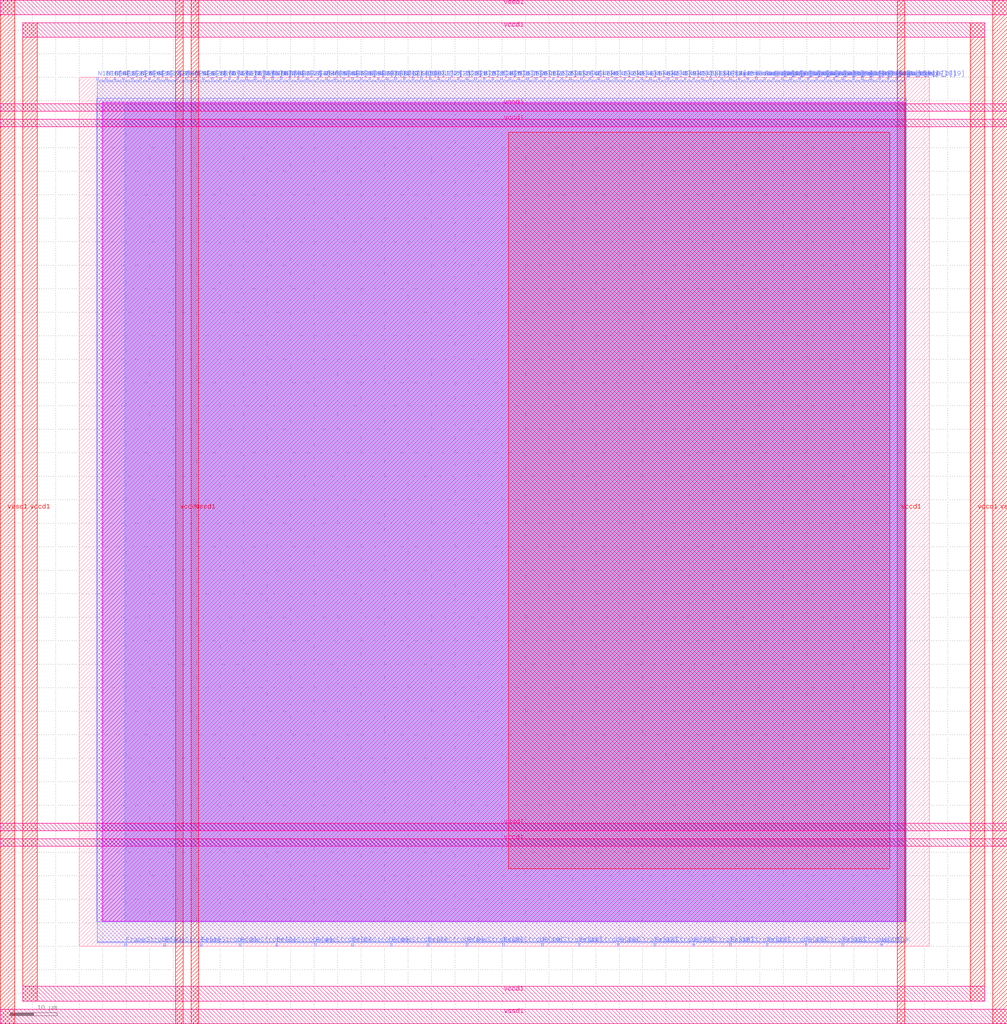
<source format=lef>
VERSION 5.7 ;
  NOWIREEXTENSIONATPIN ON ;
  DIVIDERCHAR "/" ;
  BUSBITCHARS "[]" ;
MACRO S_term_RAM_IO
  CLASS BLOCK ;
  FOREIGN S_term_RAM_IO ;
  ORIGIN 0.000 0.000 ;
  SIZE 181.000 BY 185.000 ;
  PIN FrameStrobe[0]
    DIRECTION INPUT ;
    USE SIGNAL ;
    ANTENNAGATEAREA 0.213000 ;
    PORT
      LAYER met2 ;
        RECT 9.700 0.000 10.080 0.700 ;
    END
  END FrameStrobe[0]
  PIN FrameStrobe[10]
    DIRECTION INPUT ;
    USE SIGNAL ;
    ANTENNAGATEAREA 0.213000 ;
    PORT
      LAYER met2 ;
        RECT 90.200 0.000 90.580 0.700 ;
    END
  END FrameStrobe[10]
  PIN FrameStrobe[11]
    DIRECTION INPUT ;
    USE SIGNAL ;
    ANTENNAGATEAREA 0.213000 ;
    PORT
      LAYER met2 ;
        RECT 98.480 0.000 98.860 0.700 ;
    END
  END FrameStrobe[11]
  PIN FrameStrobe[12]
    DIRECTION INPUT ;
    USE SIGNAL ;
    ANTENNAGATEAREA 0.213000 ;
    PORT
      LAYER met2 ;
        RECT 106.300 0.000 106.680 0.700 ;
    END
  END FrameStrobe[12]
  PIN FrameStrobe[13]
    DIRECTION INPUT ;
    USE SIGNAL ;
    ANTENNAGATEAREA 0.213000 ;
    PORT
      LAYER met2 ;
        RECT 114.580 0.000 114.960 0.700 ;
    END
  END FrameStrobe[13]
  PIN FrameStrobe[14]
    DIRECTION INPUT ;
    USE SIGNAL ;
    ANTENNAGATEAREA 0.213000 ;
    PORT
      LAYER met2 ;
        RECT 122.400 0.000 122.780 0.700 ;
    END
  END FrameStrobe[14]
  PIN FrameStrobe[15]
    DIRECTION INPUT ;
    USE SIGNAL ;
    ANTENNAGATEAREA 0.213000 ;
    PORT
      LAYER met2 ;
        RECT 130.680 0.000 131.060 0.700 ;
    END
  END FrameStrobe[15]
  PIN FrameStrobe[16]
    DIRECTION INPUT ;
    USE SIGNAL ;
    ANTENNAGATEAREA 0.213000 ;
    ANTENNADIFFAREA 0.434700 ;
    PORT
      LAYER met2 ;
        RECT 138.500 0.000 138.880 0.700 ;
    END
  END FrameStrobe[16]
  PIN FrameStrobe[17]
    DIRECTION INPUT ;
    USE SIGNAL ;
    ANTENNAGATEAREA 0.213000 ;
    PORT
      LAYER met2 ;
        RECT 146.320 0.000 146.700 0.700 ;
    END
  END FrameStrobe[17]
  PIN FrameStrobe[18]
    DIRECTION INPUT ;
    USE SIGNAL ;
    ANTENNAGATEAREA 0.213000 ;
    PORT
      LAYER met2 ;
        RECT 154.600 0.000 154.980 0.700 ;
    END
  END FrameStrobe[18]
  PIN FrameStrobe[19]
    DIRECTION INPUT ;
    USE SIGNAL ;
    ANTENNAGATEAREA 0.213000 ;
    ANTENNADIFFAREA 0.434700 ;
    PORT
      LAYER met2 ;
        RECT 162.420 0.000 162.800 0.700 ;
    END
  END FrameStrobe[19]
  PIN FrameStrobe[1]
    DIRECTION INPUT ;
    USE SIGNAL ;
    ANTENNAGATEAREA 0.196500 ;
    ANTENNADIFFAREA 0.434700 ;
    PORT
      LAYER met2 ;
        RECT 17.980 0.000 18.360 0.700 ;
    END
  END FrameStrobe[1]
  PIN FrameStrobe[2]
    DIRECTION INPUT ;
    USE SIGNAL ;
    ANTENNAGATEAREA 0.196500 ;
    ANTENNADIFFAREA 0.434700 ;
    PORT
      LAYER met2 ;
        RECT 25.800 0.000 26.180 0.700 ;
    END
  END FrameStrobe[2]
  PIN FrameStrobe[3]
    DIRECTION INPUT ;
    USE SIGNAL ;
    ANTENNAGATEAREA 0.196500 ;
    ANTENNADIFFAREA 0.434700 ;
    PORT
      LAYER met2 ;
        RECT 34.080 0.000 34.460 0.700 ;
    END
  END FrameStrobe[3]
  PIN FrameStrobe[4]
    DIRECTION INPUT ;
    USE SIGNAL ;
    ANTENNAGATEAREA 0.213000 ;
    PORT
      LAYER met2 ;
        RECT 41.900 0.000 42.280 0.700 ;
    END
  END FrameStrobe[4]
  PIN FrameStrobe[5]
    DIRECTION INPUT ;
    USE SIGNAL ;
    ANTENNAGATEAREA 0.213000 ;
    ANTENNADIFFAREA 0.434700 ;
    PORT
      LAYER met2 ;
        RECT 50.180 0.000 50.560 0.700 ;
    END
  END FrameStrobe[5]
  PIN FrameStrobe[6]
    DIRECTION INPUT ;
    USE SIGNAL ;
    ANTENNAGATEAREA 0.196500 ;
    PORT
      LAYER met2 ;
        RECT 58.000 0.000 58.380 0.700 ;
    END
  END FrameStrobe[6]
  PIN FrameStrobe[7]
    DIRECTION INPUT ;
    USE SIGNAL ;
    ANTENNAGATEAREA 0.213000 ;
    PORT
      LAYER met2 ;
        RECT 66.280 0.000 66.660 0.700 ;
    END
  END FrameStrobe[7]
  PIN FrameStrobe[8]
    DIRECTION INPUT ;
    USE SIGNAL ;
    ANTENNAGATEAREA 0.213000 ;
    PORT
      LAYER met2 ;
        RECT 74.100 0.000 74.480 0.700 ;
    END
  END FrameStrobe[8]
  PIN FrameStrobe[9]
    DIRECTION INPUT ;
    USE SIGNAL ;
    ANTENNAGATEAREA 0.213000 ;
    PORT
      LAYER met2 ;
        RECT 82.380 0.000 82.760 0.700 ;
    END
  END FrameStrobe[9]
  PIN FrameStrobe_O[0]
    DIRECTION OUTPUT ;
    USE SIGNAL ;
    ANTENNADIFFAREA 0.445500 ;
    PORT
      LAYER met2 ;
        RECT 138.500 184.300 138.880 185.000 ;
    END
  END FrameStrobe_O[0]
  PIN FrameStrobe_O[10]
    DIRECTION OUTPUT ;
    USE SIGNAL ;
    ANTENNADIFFAREA 0.445500 ;
    PORT
      LAYER met2 ;
        RECT 156.900 184.300 157.280 185.000 ;
    END
  END FrameStrobe_O[10]
  PIN FrameStrobe_O[11]
    DIRECTION OUTPUT ;
    USE SIGNAL ;
    ANTENNADIFFAREA 0.445500 ;
    PORT
      LAYER met2 ;
        RECT 158.740 184.300 159.120 185.000 ;
    END
  END FrameStrobe_O[11]
  PIN FrameStrobe_O[12]
    DIRECTION OUTPUT ;
    USE SIGNAL ;
    ANTENNADIFFAREA 0.445500 ;
    PORT
      LAYER met2 ;
        RECT 160.580 184.300 160.960 185.000 ;
    END
  END FrameStrobe_O[12]
  PIN FrameStrobe_O[13]
    DIRECTION OUTPUT ;
    USE SIGNAL ;
    ANTENNADIFFAREA 0.445500 ;
    PORT
      LAYER met2 ;
        RECT 162.420 184.300 162.800 185.000 ;
    END
  END FrameStrobe_O[13]
  PIN FrameStrobe_O[14]
    DIRECTION OUTPUT ;
    USE SIGNAL ;
    ANTENNADIFFAREA 0.445500 ;
    PORT
      LAYER met2 ;
        RECT 164.720 184.300 165.100 185.000 ;
    END
  END FrameStrobe_O[14]
  PIN FrameStrobe_O[15]
    DIRECTION OUTPUT ;
    USE SIGNAL ;
    ANTENNADIFFAREA 0.445500 ;
    PORT
      LAYER met2 ;
        RECT 166.560 184.300 166.940 185.000 ;
    END
  END FrameStrobe_O[15]
  PIN FrameStrobe_O[16]
    DIRECTION OUTPUT ;
    USE SIGNAL ;
    ANTENNADIFFAREA 0.445500 ;
    PORT
      LAYER met2 ;
        RECT 168.400 184.300 168.780 185.000 ;
    END
  END FrameStrobe_O[16]
  PIN FrameStrobe_O[17]
    DIRECTION OUTPUT ;
    USE SIGNAL ;
    ANTENNADIFFAREA 0.445500 ;
    PORT
      LAYER met2 ;
        RECT 170.240 184.300 170.620 185.000 ;
    END
  END FrameStrobe_O[17]
  PIN FrameStrobe_O[18]
    DIRECTION OUTPUT ;
    USE SIGNAL ;
    ANTENNADIFFAREA 0.445500 ;
    PORT
      LAYER met2 ;
        RECT 172.080 184.300 172.460 185.000 ;
    END
  END FrameStrobe_O[18]
  PIN FrameStrobe_O[19]
    DIRECTION OUTPUT ;
    USE SIGNAL ;
    ANTENNADIFFAREA 0.445500 ;
    PORT
      LAYER met2 ;
        RECT 173.920 184.300 174.300 185.000 ;
    END
  END FrameStrobe_O[19]
  PIN FrameStrobe_O[1]
    DIRECTION OUTPUT ;
    USE SIGNAL ;
    ANTENNADIFFAREA 0.445500 ;
    PORT
      LAYER met2 ;
        RECT 140.340 184.300 140.720 185.000 ;
    END
  END FrameStrobe_O[1]
  PIN FrameStrobe_O[2]
    DIRECTION OUTPUT ;
    USE SIGNAL ;
    ANTENNADIFFAREA 0.445500 ;
    PORT
      LAYER met2 ;
        RECT 142.180 184.300 142.560 185.000 ;
    END
  END FrameStrobe_O[2]
  PIN FrameStrobe_O[3]
    DIRECTION OUTPUT ;
    USE SIGNAL ;
    ANTENNADIFFAREA 0.445500 ;
    PORT
      LAYER met2 ;
        RECT 144.020 184.300 144.400 185.000 ;
    END
  END FrameStrobe_O[3]
  PIN FrameStrobe_O[4]
    DIRECTION OUTPUT ;
    USE SIGNAL ;
    ANTENNADIFFAREA 0.445500 ;
    PORT
      LAYER met2 ;
        RECT 145.860 184.300 146.240 185.000 ;
    END
  END FrameStrobe_O[4]
  PIN FrameStrobe_O[5]
    DIRECTION OUTPUT ;
    USE SIGNAL ;
    ANTENNADIFFAREA 0.445500 ;
    PORT
      LAYER met2 ;
        RECT 147.700 184.300 148.080 185.000 ;
    END
  END FrameStrobe_O[5]
  PIN FrameStrobe_O[6]
    DIRECTION OUTPUT ;
    USE SIGNAL ;
    ANTENNADIFFAREA 0.445500 ;
    PORT
      LAYER met2 ;
        RECT 149.540 184.300 149.920 185.000 ;
    END
  END FrameStrobe_O[6]
  PIN FrameStrobe_O[7]
    DIRECTION OUTPUT ;
    USE SIGNAL ;
    ANTENNADIFFAREA 0.445500 ;
    PORT
      LAYER met2 ;
        RECT 151.380 184.300 151.760 185.000 ;
    END
  END FrameStrobe_O[7]
  PIN FrameStrobe_O[8]
    DIRECTION OUTPUT ;
    USE SIGNAL ;
    ANTENNADIFFAREA 0.445500 ;
    PORT
      LAYER met2 ;
        RECT 153.220 184.300 153.600 185.000 ;
    END
  END FrameStrobe_O[8]
  PIN FrameStrobe_O[9]
    DIRECTION OUTPUT ;
    USE SIGNAL ;
    ANTENNADIFFAREA 0.445500 ;
    PORT
      LAYER met2 ;
        RECT 155.060 184.300 155.440 185.000 ;
    END
  END FrameStrobe_O[9]
  PIN N1BEG[0]
    DIRECTION OUTPUT ;
    USE SIGNAL ;
    ANTENNADIFFAREA 0.445500 ;
    PORT
      LAYER met2 ;
        RECT 3.720 184.300 4.100 185.000 ;
    END
  END N1BEG[0]
  PIN N1BEG[1]
    DIRECTION OUTPUT ;
    USE SIGNAL ;
    ANTENNADIFFAREA 0.445500 ;
    PORT
      LAYER met2 ;
        RECT 5.560 184.300 5.940 185.000 ;
    END
  END N1BEG[1]
  PIN N1BEG[2]
    DIRECTION OUTPUT ;
    USE SIGNAL ;
    ANTENNADIFFAREA 0.445500 ;
    PORT
      LAYER met2 ;
        RECT 7.400 184.300 7.780 185.000 ;
    END
  END N1BEG[2]
  PIN N1BEG[3]
    DIRECTION OUTPUT ;
    USE SIGNAL ;
    ANTENNADIFFAREA 0.445500 ;
    PORT
      LAYER met2 ;
        RECT 9.240 184.300 9.620 185.000 ;
    END
  END N1BEG[3]
  PIN N2BEG[0]
    DIRECTION OUTPUT ;
    USE SIGNAL ;
    ANTENNADIFFAREA 0.445500 ;
    PORT
      LAYER met2 ;
        RECT 11.080 184.300 11.460 185.000 ;
    END
  END N2BEG[0]
  PIN N2BEG[1]
    DIRECTION OUTPUT ;
    USE SIGNAL ;
    ANTENNADIFFAREA 0.445500 ;
    PORT
      LAYER met2 ;
        RECT 12.920 184.300 13.300 185.000 ;
    END
  END N2BEG[1]
  PIN N2BEG[2]
    DIRECTION OUTPUT ;
    USE SIGNAL ;
    ANTENNADIFFAREA 0.445500 ;
    PORT
      LAYER met2 ;
        RECT 14.760 184.300 15.140 185.000 ;
    END
  END N2BEG[2]
  PIN N2BEG[3]
    DIRECTION OUTPUT ;
    USE SIGNAL ;
    ANTENNADIFFAREA 0.445500 ;
    PORT
      LAYER met2 ;
        RECT 16.600 184.300 16.980 185.000 ;
    END
  END N2BEG[3]
  PIN N2BEG[4]
    DIRECTION OUTPUT ;
    USE SIGNAL ;
    ANTENNADIFFAREA 0.445500 ;
    PORT
      LAYER met2 ;
        RECT 18.440 184.300 18.820 185.000 ;
    END
  END N2BEG[4]
  PIN N2BEG[5]
    DIRECTION OUTPUT ;
    USE SIGNAL ;
    ANTENNADIFFAREA 0.445500 ;
    PORT
      LAYER met2 ;
        RECT 20.740 184.300 21.120 185.000 ;
    END
  END N2BEG[5]
  PIN N2BEG[6]
    DIRECTION OUTPUT ;
    USE SIGNAL ;
    ANTENNADIFFAREA 0.445500 ;
    PORT
      LAYER met2 ;
        RECT 22.580 184.300 22.960 185.000 ;
    END
  END N2BEG[6]
  PIN N2BEG[7]
    DIRECTION OUTPUT ;
    USE SIGNAL ;
    ANTENNADIFFAREA 0.445500 ;
    PORT
      LAYER met2 ;
        RECT 24.420 184.300 24.800 185.000 ;
    END
  END N2BEG[7]
  PIN N2BEGb[0]
    DIRECTION OUTPUT ;
    USE SIGNAL ;
    ANTENNADIFFAREA 0.445500 ;
    PORT
      LAYER met2 ;
        RECT 26.260 184.300 26.640 185.000 ;
    END
  END N2BEGb[0]
  PIN N2BEGb[1]
    DIRECTION OUTPUT ;
    USE SIGNAL ;
    ANTENNADIFFAREA 0.445500 ;
    PORT
      LAYER met2 ;
        RECT 28.100 184.300 28.480 185.000 ;
    END
  END N2BEGb[1]
  PIN N2BEGb[2]
    DIRECTION OUTPUT ;
    USE SIGNAL ;
    ANTENNADIFFAREA 0.445500 ;
    PORT
      LAYER met2 ;
        RECT 29.940 184.300 30.320 185.000 ;
    END
  END N2BEGb[2]
  PIN N2BEGb[3]
    DIRECTION OUTPUT ;
    USE SIGNAL ;
    ANTENNADIFFAREA 0.445500 ;
    PORT
      LAYER met2 ;
        RECT 31.780 184.300 32.160 185.000 ;
    END
  END N2BEGb[3]
  PIN N2BEGb[4]
    DIRECTION OUTPUT ;
    USE SIGNAL ;
    ANTENNADIFFAREA 0.445500 ;
    PORT
      LAYER met2 ;
        RECT 33.620 184.300 34.000 185.000 ;
    END
  END N2BEGb[4]
  PIN N2BEGb[5]
    DIRECTION OUTPUT ;
    USE SIGNAL ;
    ANTENNADIFFAREA 0.445500 ;
    PORT
      LAYER met2 ;
        RECT 35.460 184.300 35.840 185.000 ;
    END
  END N2BEGb[5]
  PIN N2BEGb[6]
    DIRECTION OUTPUT ;
    USE SIGNAL ;
    ANTENNADIFFAREA 0.445500 ;
    PORT
      LAYER met2 ;
        RECT 37.300 184.300 37.680 185.000 ;
    END
  END N2BEGb[6]
  PIN N2BEGb[7]
    DIRECTION OUTPUT ;
    USE SIGNAL ;
    ANTENNADIFFAREA 0.445500 ;
    PORT
      LAYER met2 ;
        RECT 39.140 184.300 39.520 185.000 ;
    END
  END N2BEGb[7]
  PIN N4BEG[0]
    DIRECTION OUTPUT ;
    USE SIGNAL ;
    ANTENNADIFFAREA 0.445500 ;
    PORT
      LAYER met2 ;
        RECT 40.980 184.300 41.360 185.000 ;
    END
  END N4BEG[0]
  PIN N4BEG[10]
    DIRECTION OUTPUT ;
    USE SIGNAL ;
    ANTENNADIFFAREA 0.445500 ;
    PORT
      LAYER met2 ;
        RECT 59.840 184.300 60.220 185.000 ;
    END
  END N4BEG[10]
  PIN N4BEG[11]
    DIRECTION OUTPUT ;
    USE SIGNAL ;
    ANTENNADIFFAREA 0.445500 ;
    PORT
      LAYER met2 ;
        RECT 61.680 184.300 62.060 185.000 ;
    END
  END N4BEG[11]
  PIN N4BEG[12]
    DIRECTION OUTPUT ;
    USE SIGNAL ;
    ANTENNADIFFAREA 0.445500 ;
    PORT
      LAYER met2 ;
        RECT 63.520 184.300 63.900 185.000 ;
    END
  END N4BEG[12]
  PIN N4BEG[13]
    DIRECTION OUTPUT ;
    USE SIGNAL ;
    ANTENNADIFFAREA 0.445500 ;
    PORT
      LAYER met2 ;
        RECT 65.360 184.300 65.740 185.000 ;
    END
  END N4BEG[13]
  PIN N4BEG[14]
    DIRECTION OUTPUT ;
    USE SIGNAL ;
    ANTENNADIFFAREA 0.445500 ;
    PORT
      LAYER met2 ;
        RECT 67.200 184.300 67.580 185.000 ;
    END
  END N4BEG[14]
  PIN N4BEG[15]
    DIRECTION OUTPUT ;
    USE SIGNAL ;
    ANTENNADIFFAREA 0.445500 ;
    PORT
      LAYER met2 ;
        RECT 69.040 184.300 69.420 185.000 ;
    END
  END N4BEG[15]
  PIN N4BEG[1]
    DIRECTION OUTPUT ;
    USE SIGNAL ;
    ANTENNADIFFAREA 0.445500 ;
    PORT
      LAYER met2 ;
        RECT 42.820 184.300 43.200 185.000 ;
    END
  END N4BEG[1]
  PIN N4BEG[2]
    DIRECTION OUTPUT ;
    USE SIGNAL ;
    ANTENNADIFFAREA 0.445500 ;
    PORT
      LAYER met2 ;
        RECT 44.660 184.300 45.040 185.000 ;
    END
  END N4BEG[2]
  PIN N4BEG[3]
    DIRECTION OUTPUT ;
    USE SIGNAL ;
    ANTENNADIFFAREA 0.445500 ;
    PORT
      LAYER met2 ;
        RECT 46.500 184.300 46.880 185.000 ;
    END
  END N4BEG[3]
  PIN N4BEG[4]
    DIRECTION OUTPUT ;
    USE SIGNAL ;
    ANTENNADIFFAREA 0.445500 ;
    PORT
      LAYER met2 ;
        RECT 48.340 184.300 48.720 185.000 ;
    END
  END N4BEG[4]
  PIN N4BEG[5]
    DIRECTION OUTPUT ;
    USE SIGNAL ;
    ANTENNADIFFAREA 0.445500 ;
    PORT
      LAYER met2 ;
        RECT 50.640 184.300 51.020 185.000 ;
    END
  END N4BEG[5]
  PIN N4BEG[6]
    DIRECTION OUTPUT ;
    USE SIGNAL ;
    ANTENNADIFFAREA 0.445500 ;
    PORT
      LAYER met2 ;
        RECT 52.480 184.300 52.860 185.000 ;
    END
  END N4BEG[6]
  PIN N4BEG[7]
    DIRECTION OUTPUT ;
    USE SIGNAL ;
    ANTENNADIFFAREA 0.445500 ;
    PORT
      LAYER met2 ;
        RECT 54.320 184.300 54.700 185.000 ;
    END
  END N4BEG[7]
  PIN N4BEG[8]
    DIRECTION OUTPUT ;
    USE SIGNAL ;
    ANTENNADIFFAREA 0.445500 ;
    PORT
      LAYER met2 ;
        RECT 56.160 184.300 56.540 185.000 ;
    END
  END N4BEG[8]
  PIN N4BEG[9]
    DIRECTION OUTPUT ;
    USE SIGNAL ;
    ANTENNADIFFAREA 0.445500 ;
    PORT
      LAYER met2 ;
        RECT 58.000 184.300 58.380 185.000 ;
    END
  END N4BEG[9]
  PIN S1END[0]
    DIRECTION INPUT ;
    USE SIGNAL ;
    ANTENNAGATEAREA 0.213000 ;
    PORT
      LAYER met2 ;
        RECT 70.880 184.300 71.260 185.000 ;
    END
  END S1END[0]
  PIN S1END[1]
    DIRECTION INPUT ;
    USE SIGNAL ;
    ANTENNAGATEAREA 0.213000 ;
    PORT
      LAYER met2 ;
        RECT 72.720 184.300 73.100 185.000 ;
    END
  END S1END[1]
  PIN S1END[2]
    DIRECTION INPUT ;
    USE SIGNAL ;
    ANTENNAGATEAREA 0.213000 ;
    PORT
      LAYER met2 ;
        RECT 74.560 184.300 74.940 185.000 ;
    END
  END S1END[2]
  PIN S1END[3]
    DIRECTION INPUT ;
    USE SIGNAL ;
    ANTENNAGATEAREA 0.213000 ;
    PORT
      LAYER met2 ;
        RECT 76.400 184.300 76.780 185.000 ;
    END
  END S1END[3]
  PIN S2END[0]
    DIRECTION INPUT ;
    USE SIGNAL ;
    ANTENNAGATEAREA 0.196500 ;
    PORT
      LAYER met2 ;
        RECT 93.420 184.300 93.800 185.000 ;
    END
  END S2END[0]
  PIN S2END[1]
    DIRECTION INPUT ;
    USE SIGNAL ;
    ANTENNAGATEAREA 0.196500 ;
    PORT
      LAYER met2 ;
        RECT 95.260 184.300 95.640 185.000 ;
    END
  END S2END[1]
  PIN S2END[2]
    DIRECTION INPUT ;
    USE SIGNAL ;
    ANTENNAGATEAREA 0.196500 ;
    PORT
      LAYER met2 ;
        RECT 97.100 184.300 97.480 185.000 ;
    END
  END S2END[2]
  PIN S2END[3]
    DIRECTION INPUT ;
    USE SIGNAL ;
    ANTENNAGATEAREA 0.213000 ;
    PORT
      LAYER met2 ;
        RECT 98.940 184.300 99.320 185.000 ;
    END
  END S2END[3]
  PIN S2END[4]
    DIRECTION INPUT ;
    USE SIGNAL ;
    ANTENNAGATEAREA 0.196500 ;
    PORT
      LAYER met2 ;
        RECT 100.780 184.300 101.160 185.000 ;
    END
  END S2END[4]
  PIN S2END[5]
    DIRECTION INPUT ;
    USE SIGNAL ;
    ANTENNAGATEAREA 0.213000 ;
    PORT
      LAYER met2 ;
        RECT 102.620 184.300 103.000 185.000 ;
    END
  END S2END[5]
  PIN S2END[6]
    DIRECTION INPUT ;
    USE SIGNAL ;
    ANTENNAGATEAREA 0.213000 ;
    PORT
      LAYER met2 ;
        RECT 104.460 184.300 104.840 185.000 ;
    END
  END S2END[6]
  PIN S2END[7]
    DIRECTION INPUT ;
    USE SIGNAL ;
    ANTENNAGATEAREA 0.213000 ;
    PORT
      LAYER met2 ;
        RECT 106.760 184.300 107.140 185.000 ;
    END
  END S2END[7]
  PIN S2MID[0]
    DIRECTION INPUT ;
    USE SIGNAL ;
    ANTENNAGATEAREA 0.213000 ;
    PORT
      LAYER met2 ;
        RECT 78.700 184.300 79.080 185.000 ;
    END
  END S2MID[0]
  PIN S2MID[1]
    DIRECTION INPUT ;
    USE SIGNAL ;
    ANTENNAGATEAREA 0.213000 ;
    PORT
      LAYER met2 ;
        RECT 80.540 184.300 80.920 185.000 ;
    END
  END S2MID[1]
  PIN S2MID[2]
    DIRECTION INPUT ;
    USE SIGNAL ;
    ANTENNAGATEAREA 0.213000 ;
    PORT
      LAYER met2 ;
        RECT 82.380 184.300 82.760 185.000 ;
    END
  END S2MID[2]
  PIN S2MID[3]
    DIRECTION INPUT ;
    USE SIGNAL ;
    ANTENNAGATEAREA 0.213000 ;
    PORT
      LAYER met2 ;
        RECT 84.220 184.300 84.600 185.000 ;
    END
  END S2MID[3]
  PIN S2MID[4]
    DIRECTION INPUT ;
    USE SIGNAL ;
    ANTENNAGATEAREA 0.213000 ;
    PORT
      LAYER met2 ;
        RECT 86.060 184.300 86.440 185.000 ;
    END
  END S2MID[4]
  PIN S2MID[5]
    DIRECTION INPUT ;
    USE SIGNAL ;
    ANTENNAGATEAREA 0.213000 ;
    PORT
      LAYER met2 ;
        RECT 87.900 184.300 88.280 185.000 ;
    END
  END S2MID[5]
  PIN S2MID[6]
    DIRECTION INPUT ;
    USE SIGNAL ;
    ANTENNAGATEAREA 0.213000 ;
    PORT
      LAYER met2 ;
        RECT 89.740 184.300 90.120 185.000 ;
    END
  END S2MID[6]
  PIN S2MID[7]
    DIRECTION INPUT ;
    USE SIGNAL ;
    ANTENNAGATEAREA 0.213000 ;
    PORT
      LAYER met2 ;
        RECT 91.580 184.300 91.960 185.000 ;
    END
  END S2MID[7]
  PIN S4END[0]
    DIRECTION INPUT ;
    USE SIGNAL ;
    ANTENNAGATEAREA 0.196500 ;
    PORT
      LAYER met2 ;
        RECT 108.600 184.300 108.980 185.000 ;
    END
  END S4END[0]
  PIN S4END[10]
    DIRECTION INPUT ;
    USE SIGNAL ;
    ANTENNAGATEAREA 0.196500 ;
    PORT
      LAYER met2 ;
        RECT 127.000 184.300 127.380 185.000 ;
    END
  END S4END[10]
  PIN S4END[11]
    DIRECTION INPUT ;
    USE SIGNAL ;
    ANTENNAGATEAREA 0.196500 ;
    PORT
      LAYER met2 ;
        RECT 128.840 184.300 129.220 185.000 ;
    END
  END S4END[11]
  PIN S4END[12]
    DIRECTION INPUT ;
    USE SIGNAL ;
    ANTENNAGATEAREA 0.196500 ;
    PORT
      LAYER met2 ;
        RECT 130.680 184.300 131.060 185.000 ;
    END
  END S4END[12]
  PIN S4END[13]
    DIRECTION INPUT ;
    USE SIGNAL ;
    ANTENNAGATEAREA 0.196500 ;
    PORT
      LAYER met2 ;
        RECT 132.520 184.300 132.900 185.000 ;
    END
  END S4END[13]
  PIN S4END[14]
    DIRECTION INPUT ;
    USE SIGNAL ;
    ANTENNAGATEAREA 0.213000 ;
    PORT
      LAYER met2 ;
        RECT 134.360 184.300 134.740 185.000 ;
    END
  END S4END[14]
  PIN S4END[15]
    DIRECTION INPUT ;
    USE SIGNAL ;
    ANTENNAGATEAREA 0.196500 ;
    PORT
      LAYER met2 ;
        RECT 136.660 184.300 137.040 185.000 ;
    END
  END S4END[15]
  PIN S4END[1]
    DIRECTION INPUT ;
    USE SIGNAL ;
    ANTENNAGATEAREA 0.196500 ;
    ANTENNADIFFAREA 0.434700 ;
    PORT
      LAYER met2 ;
        RECT 110.440 184.300 110.820 185.000 ;
    END
  END S4END[1]
  PIN S4END[2]
    DIRECTION INPUT ;
    USE SIGNAL ;
    ANTENNAGATEAREA 0.196500 ;
    ANTENNADIFFAREA 0.434700 ;
    PORT
      LAYER met2 ;
        RECT 112.280 184.300 112.660 185.000 ;
    END
  END S4END[2]
  PIN S4END[3]
    DIRECTION INPUT ;
    USE SIGNAL ;
    ANTENNAGATEAREA 0.196500 ;
    PORT
      LAYER met2 ;
        RECT 114.120 184.300 114.500 185.000 ;
    END
  END S4END[3]
  PIN S4END[4]
    DIRECTION INPUT ;
    USE SIGNAL ;
    ANTENNAGATEAREA 0.196500 ;
    ANTENNADIFFAREA 0.434700 ;
    PORT
      LAYER met2 ;
        RECT 115.960 184.300 116.340 185.000 ;
    END
  END S4END[4]
  PIN S4END[5]
    DIRECTION INPUT ;
    USE SIGNAL ;
    ANTENNAGATEAREA 0.196500 ;
    ANTENNADIFFAREA 0.434700 ;
    PORT
      LAYER met2 ;
        RECT 117.800 184.300 118.180 185.000 ;
    END
  END S4END[5]
  PIN S4END[6]
    DIRECTION INPUT ;
    USE SIGNAL ;
    ANTENNAGATEAREA 0.196500 ;
    PORT
      LAYER met2 ;
        RECT 119.640 184.300 120.020 185.000 ;
    END
  END S4END[6]
  PIN S4END[7]
    DIRECTION INPUT ;
    USE SIGNAL ;
    ANTENNAGATEAREA 0.196500 ;
    PORT
      LAYER met2 ;
        RECT 121.480 184.300 121.860 185.000 ;
    END
  END S4END[7]
  PIN S4END[8]
    DIRECTION INPUT ;
    USE SIGNAL ;
    ANTENNAGATEAREA 0.196500 ;
    PORT
      LAYER met2 ;
        RECT 123.320 184.300 123.700 185.000 ;
    END
  END S4END[8]
  PIN S4END[9]
    DIRECTION INPUT ;
    USE SIGNAL ;
    ANTENNAGATEAREA 0.196500 ;
    PORT
      LAYER met2 ;
        RECT 125.160 184.300 125.540 185.000 ;
    END
  END S4END[9]
  PIN UserCLK
    DIRECTION INPUT ;
    USE SIGNAL ;
    ANTENNAGATEAREA 0.159000 ;
    ANTENNADIFFAREA 0.434700 ;
    PORT
      LAYER met2 ;
        RECT 170.700 0.000 171.080 0.700 ;
    END
  END UserCLK
  PIN UserCLKo
    DIRECTION OUTPUT ;
    USE SIGNAL ;
    ANTENNADIFFAREA 0.340600 ;
    PORT
      LAYER met2 ;
        RECT 175.760 184.300 176.140 185.000 ;
    END
  END UserCLKo
  PIN vccd1
    DIRECTION INOUT ;
    USE POWER ;
    PORT
      LAYER met4 ;
        RECT -12.040 -11.660 -8.940 196.620 ;
    END
    PORT
      LAYER met5 ;
        RECT -12.040 -11.660 192.820 -8.560 ;
    END
    PORT
      LAYER met5 ;
        RECT -12.040 193.520 192.820 196.620 ;
    END
    PORT
      LAYER met4 ;
        RECT 189.720 -11.660 192.820 196.620 ;
    END
    PORT
      LAYER met4 ;
        RECT 20.580 -16.460 22.180 201.420 ;
    END
    PORT
      LAYER met4 ;
        RECT 174.180 -16.460 175.780 201.420 ;
    END
    PORT
      LAYER met5 ;
        RECT -16.840 21.290 197.620 22.890 ;
    END
    PORT
      LAYER met5 ;
        RECT -16.840 174.470 197.620 176.070 ;
    END
  END vccd1
  PIN vssd1
    DIRECTION INOUT ;
    USE GROUND ;
    PORT
      LAYER met4 ;
        RECT -16.840 -16.460 -13.740 201.420 ;
    END
    PORT
      LAYER met5 ;
        RECT -16.840 -16.460 197.620 -13.360 ;
    END
    PORT
      LAYER met5 ;
        RECT -16.840 198.320 197.620 201.420 ;
    END
    PORT
      LAYER met4 ;
        RECT 194.520 -16.460 197.620 201.420 ;
    END
    PORT
      LAYER met4 ;
        RECT 23.880 -16.460 25.480 201.420 ;
    END
    PORT
      LAYER met5 ;
        RECT -16.840 24.590 197.620 26.190 ;
    END
    PORT
      LAYER met5 ;
        RECT -16.840 177.770 197.620 179.370 ;
    END
  END vssd1
  OBS
      LAYER nwell ;
        RECT 4.870 5.355 175.910 179.605 ;
      LAYER li1 ;
        RECT 5.060 5.355 175.720 179.605 ;
      LAYER met1 ;
        RECT 3.750 5.200 176.110 180.500 ;
      LAYER met2 ;
        RECT 4.380 184.020 5.280 184.300 ;
        RECT 6.220 184.020 7.120 184.300 ;
        RECT 8.060 184.020 8.960 184.300 ;
        RECT 9.900 184.020 10.800 184.300 ;
        RECT 11.740 184.020 12.640 184.300 ;
        RECT 13.580 184.020 14.480 184.300 ;
        RECT 15.420 184.020 16.320 184.300 ;
        RECT 17.260 184.020 18.160 184.300 ;
        RECT 19.100 184.020 20.460 184.300 ;
        RECT 21.400 184.020 22.300 184.300 ;
        RECT 23.240 184.020 24.140 184.300 ;
        RECT 25.080 184.020 25.980 184.300 ;
        RECT 26.920 184.020 27.820 184.300 ;
        RECT 28.760 184.020 29.660 184.300 ;
        RECT 30.600 184.020 31.500 184.300 ;
        RECT 32.440 184.020 33.340 184.300 ;
        RECT 34.280 184.020 35.180 184.300 ;
        RECT 36.120 184.020 37.020 184.300 ;
        RECT 37.960 184.020 38.860 184.300 ;
        RECT 39.800 184.020 40.700 184.300 ;
        RECT 41.640 184.020 42.540 184.300 ;
        RECT 43.480 184.020 44.380 184.300 ;
        RECT 45.320 184.020 46.220 184.300 ;
        RECT 47.160 184.020 48.060 184.300 ;
        RECT 49.000 184.020 50.360 184.300 ;
        RECT 51.300 184.020 52.200 184.300 ;
        RECT 53.140 184.020 54.040 184.300 ;
        RECT 54.980 184.020 55.880 184.300 ;
        RECT 56.820 184.020 57.720 184.300 ;
        RECT 58.660 184.020 59.560 184.300 ;
        RECT 60.500 184.020 61.400 184.300 ;
        RECT 62.340 184.020 63.240 184.300 ;
        RECT 64.180 184.020 65.080 184.300 ;
        RECT 66.020 184.020 66.920 184.300 ;
        RECT 67.860 184.020 68.760 184.300 ;
        RECT 69.700 184.020 70.600 184.300 ;
        RECT 71.540 184.020 72.440 184.300 ;
        RECT 73.380 184.020 74.280 184.300 ;
        RECT 75.220 184.020 76.120 184.300 ;
        RECT 77.060 184.020 78.420 184.300 ;
        RECT 79.360 184.020 80.260 184.300 ;
        RECT 81.200 184.020 82.100 184.300 ;
        RECT 83.040 184.020 83.940 184.300 ;
        RECT 84.880 184.020 85.780 184.300 ;
        RECT 86.720 184.020 87.620 184.300 ;
        RECT 88.560 184.020 89.460 184.300 ;
        RECT 90.400 184.020 91.300 184.300 ;
        RECT 92.240 184.020 93.140 184.300 ;
        RECT 94.080 184.020 94.980 184.300 ;
        RECT 95.920 184.020 96.820 184.300 ;
        RECT 97.760 184.020 98.660 184.300 ;
        RECT 99.600 184.020 100.500 184.300 ;
        RECT 101.440 184.020 102.340 184.300 ;
        RECT 103.280 184.020 104.180 184.300 ;
        RECT 105.120 184.020 106.480 184.300 ;
        RECT 107.420 184.020 108.320 184.300 ;
        RECT 109.260 184.020 110.160 184.300 ;
        RECT 111.100 184.020 112.000 184.300 ;
        RECT 112.940 184.020 113.840 184.300 ;
        RECT 114.780 184.020 115.680 184.300 ;
        RECT 116.620 184.020 117.520 184.300 ;
        RECT 118.460 184.020 119.360 184.300 ;
        RECT 120.300 184.020 121.200 184.300 ;
        RECT 122.140 184.020 123.040 184.300 ;
        RECT 123.980 184.020 124.880 184.300 ;
        RECT 125.820 184.020 126.720 184.300 ;
        RECT 127.660 184.020 128.560 184.300 ;
        RECT 129.500 184.020 130.400 184.300 ;
        RECT 131.340 184.020 132.240 184.300 ;
        RECT 133.180 184.020 134.080 184.300 ;
        RECT 135.020 184.020 136.380 184.300 ;
        RECT 137.320 184.020 138.220 184.300 ;
        RECT 139.160 184.020 140.060 184.300 ;
        RECT 141.000 184.020 141.900 184.300 ;
        RECT 142.840 184.020 143.740 184.300 ;
        RECT 144.680 184.020 145.580 184.300 ;
        RECT 146.520 184.020 147.420 184.300 ;
        RECT 148.360 184.020 149.260 184.300 ;
        RECT 150.200 184.020 151.100 184.300 ;
        RECT 152.040 184.020 152.940 184.300 ;
        RECT 153.880 184.020 154.780 184.300 ;
        RECT 155.720 184.020 156.620 184.300 ;
        RECT 157.560 184.020 158.460 184.300 ;
        RECT 159.400 184.020 160.300 184.300 ;
        RECT 161.240 184.020 162.140 184.300 ;
        RECT 163.080 184.020 164.440 184.300 ;
        RECT 165.380 184.020 166.280 184.300 ;
        RECT 167.220 184.020 168.120 184.300 ;
        RECT 169.060 184.020 169.960 184.300 ;
        RECT 170.900 184.020 171.800 184.300 ;
        RECT 172.740 184.020 173.640 184.300 ;
        RECT 174.580 184.020 175.480 184.300 ;
        RECT 3.780 0.980 176.080 184.020 ;
        RECT 3.780 0.700 9.420 0.980 ;
        RECT 10.360 0.700 17.700 0.980 ;
        RECT 18.640 0.700 25.520 0.980 ;
        RECT 26.460 0.700 33.800 0.980 ;
        RECT 34.740 0.700 41.620 0.980 ;
        RECT 42.560 0.700 49.900 0.980 ;
        RECT 50.840 0.700 57.720 0.980 ;
        RECT 58.660 0.700 66.000 0.980 ;
        RECT 66.940 0.700 73.820 0.980 ;
        RECT 74.760 0.700 82.100 0.980 ;
        RECT 83.040 0.700 89.920 0.980 ;
        RECT 90.860 0.700 98.200 0.980 ;
        RECT 99.140 0.700 106.020 0.980 ;
        RECT 106.960 0.700 114.300 0.980 ;
        RECT 115.240 0.700 122.120 0.980 ;
        RECT 123.060 0.700 130.400 0.980 ;
        RECT 131.340 0.700 138.220 0.980 ;
        RECT 139.160 0.700 146.040 0.980 ;
        RECT 146.980 0.700 154.320 0.980 ;
        RECT 155.260 0.700 162.140 0.980 ;
        RECT 163.080 0.700 170.420 0.980 ;
        RECT 171.360 0.700 176.080 0.980 ;
      LAYER met3 ;
        RECT 9.725 5.275 175.770 179.685 ;
      LAYER met4 ;
        RECT 91.375 16.495 172.665 173.225 ;
  END
END S_term_RAM_IO
END LIBRARY


</source>
